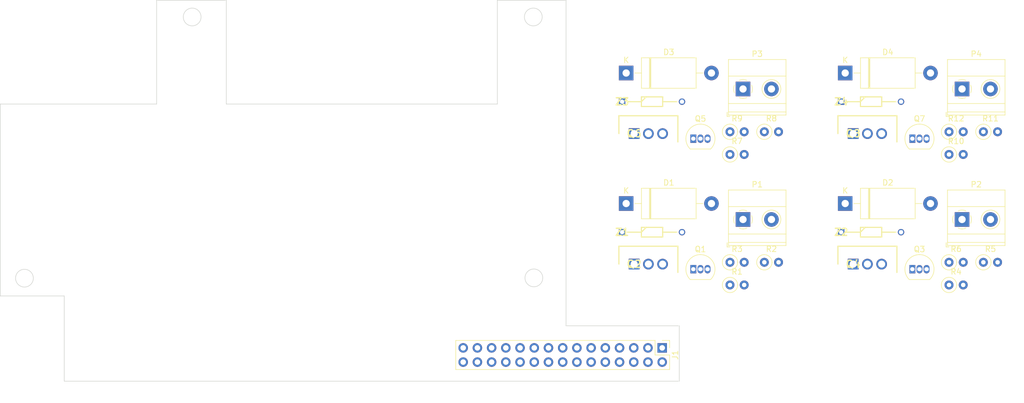
<source format=kicad_pcb>
(kicad_pcb (version 20211014) (generator pcbnew)
  (layers (0 "F.Cu" power) (1 "In1.Cu" signal) (2 "In2.Cu" signal) (31 "B.Cu" power) (34 "B.Paste" user) (35 "F.Paste" user) (36 "B.SilkS" user "B.Silkscreen") (37 "F.SilkS" user "F.Silkscreen") (38 "B.Mask" user) (39 "F.Mask" user) (44 "Edge.Cuts" user))
  (net 0 "")
  (net 1 "GND")
  (net 2 "+VDC")
  (net 3 "+5V")
  (net 4 "+3V3")
  (net 5 "D39")
  (net 6 "D21")
  (net 7 "D23")
  (net 8 "D19")
  (net 9 "D18")
  (net 10 "D5")
  (net 11 "D35")
  (net 12 "D32")
  (net 13 "D33")
  (net 14 "D25")
  (net 15 "D4")
  (net 16 "D0")
  (net 17 "TX")
  (net 18 "RX")
  (net 19 "AuxVoltage")
  (net 20 "Net-(D1-Pad1)")
  (net 21 "Net-(D2-Pad1)")
  (net 22 "Net-(D3-Pad1)")
  (net 23 "Net-(D4-Pad1)")
  (net 24 "Net-(Q1-Pad3)")
  (net 25 "Net-(Q2-Pad1)")
  (net 26 "Net-(Q3-Pad3)")
  (net 27 "Net-(Q4-Pad1)")
  (net 28 "Net-(Q5-Pad3)")
  (net 29 "Net-(Q6-Pad1)")
  (net 30 "Net-(Q7-Pad3)")
  (net 31 "Net-(Q8-Pad1)")
  (footprint "Connector_PinHeader_2.54mm:PinHeader_2x15_P2.54mm_Vertical" (layer "F.Cu") (at 170.349 121.0423 -90)
    (fp_text reference "J1" (at 1.27 -2.33 -90) (layer "F.SilkS"))
    (fp_text value "Conn_02x15_Odd_Even")
    (fp_line (start 3.87 -1.33) (end 3.87 36.89) (layer "F.SilkS") (width 0.12))
    (fp_line (start -1.33 1.27) (end -1.33 36.89) (layer "F.SilkS") (width 0.12))
    (fp_line (start -1.33 36.89) (end 3.87 36.89) (layer "F.SilkS") (width 0.12))
    (fp_line (start -1.33 -1.33) (end 0 -1.33) (layer "F.SilkS") (width 0.12))
    (fp_line (start -1.33 0) (end -1.33 -1.33) (layer "F.SilkS") (width 0.12))
    (fp_line (start 1.27 1.27) (end 1.27 -1.33) (layer "F.SilkS") (width 0.12))
    (fp_line (start 1.27 -1.33) (end 3.87 -1.33) (layer "F.SilkS") (width 0.12))
    (fp_line (start -1.33 1.27) (end 1.27 1.27) (layer "F.SilkS") (width 0.12))
    (pad "1" thru_hole rect locked (at 0 0 270) (size 1.7 1.7) (drill 1) (layers *.Cu *.Mask) (net 2 "+VDC"))
    (pad "2" thru_hole oval locked (at 2.54 0 270) (size 1.7 1.7) (drill 1) (layers *.Cu *.Mask) (net 5 "D39"))
    (pad "3" thru_hole oval locked (at 0 2.54 270) (size 1.7 1.7) (drill 1) (layers *.Cu *.Mask) (net 2 "+VDC"))
    (pad "4" thru_hole oval locked (at 2.54 2.54 270) (size 1.7 1.7) (drill 1) (layers *.Cu *.Mask) (net 19 "AuxVoltage"))
    (pad "5" thru_hole oval locked (at 0 5.08 270) (size 1.7 1.7) (drill 1) (layers *.Cu *.Mask) (net 2 "+VDC"))
    (pad "6" thru_hole oval locked (at 2.54 5.08 270) (size 1.7 1.7) (drill 1) (layers *.Cu *.Mask) (net 7 "D23"))
    (pad "7" thru_hole oval locked (at 0 7.62 270) (size 1.7 1.7) (drill 1) (layers *.Cu *.Mask) (net 2 "+VDC"))
    (pad "8" thru_hole oval locked (at 2.54 7.62 270) (size 1.7 1.7) (drill 1) (layers *.Cu *.Mask) (net 8 "D19"))
    (pad "9" thru_hole oval locked (at 0 10.16 270) (size 1.7 1.7) (drill 1) (layers *.Cu *.Mask) (net 2 "+VDC"))
    (pad "10" thru_hole oval locked (at 2.54 10.16 270) (size 1.7 1.7) (drill 1) (layers *.Cu *.Mask) (net 9 "D18"))
    (pad "11" thru_hole oval locked (at 0 12.7 270) (size 1.7 1.7) (drill 1) (layers *.Cu *.Mask) (net 4 "+3V3"))
    (pad "12" thru_hole oval locked (at 2.54 12.7 270) (size 1.7 1.7) (drill 1) (layers *.Cu *.Mask) (net 10 "D5"))
    (pad "13" thru_hole oval locked (at 0 15.24 270) (size 1.7 1.7) (drill 1) (layers *.Cu *.Mask) (net 3 "+5V"))
    (pad "14" thru_hole oval locked (at 2.54 15.24 270) (size 1.7 1.7) (drill 1) (layers *.Cu *.Mask) (net 11 "D35"))
    (pad "15" thru_hole oval locked (at 0 17.78 270) (size 1.7 1.7) (drill 1) (layers *.Cu *.Mask) (net 3 "+5V"))
    (pad "16" thru_hole oval locked (at 2.54 17.78 270) (size 1.7 1.7) (drill 1) (layers *.Cu *.Mask) (net 12 "D32"))
    (pad "17" thru_hole oval locked (at 0 20.32 270) (size 1.7 1.7) (drill 1) (layers *.Cu *.Mask) (net 1 "GND"))
    (pad "18" thru_hole oval locked (at 2.54 20.32 270) (size 1.7 1.7) (drill 1) (layers *.Cu *.Mask) (net 13 "D33"))
    (pad "19" thru_hole oval locked (at 0 22.86 270) (size 1.7 1.7) (drill 1) (layers *.Cu *.Mask) (net 1 "GND"))
    (pad "20" thru_hole oval locked (at 2.54 22.86 270) (size 1.7 1.7) (drill 1) (layers *.Cu *.Mask) (net 14 "D25"))
    (pad "21" thru_hole oval locked (at 0 25.4 270) (size 1.7 1.7) (drill 1) (layers *.Cu *.Mask) (net 1 "GND"))
    (pad "22" thru_hole oval locked (at 2.54 25.4 270) (size 1.7 1.7) (drill 1) (layers *.Cu *.Mask) (net 6 "D21"))
    (pad "23" thru_hole oval locked (at 0 27.94 270) (size 1.7 1.7) (drill 1) (layers *.Cu *.Mask) (net 1 "GND"))
    (pad "24" thru_hole oval locked (at 2.54 27.94 270) (size 1.7 1.7) (drill 1) (layers *.Cu *.Mask) (net 15 "D4"))
    (pad "25" thru_hole oval locked (at 0 30.48 270) (size 1.7 1.7) (drill 1) (layers *.Cu *.Mask) (net 1 "GND"))
    (pad "26" thru_hole oval locked (at 2.54 30.48 270) (size 1.7 1.7) (drill 1) (layers *.Cu *.Mask) (net 16 "D0"))
    (pad "27" thru_hole oval locked (at 0 33.02 270) (size 1.7 1.7) (drill 1) (layers *.Cu *.Mask) (net 1 "GND"))
    (pad "28" thru_hole oval locked (at 2.54 33.02 270) (size 1.7 1.7) (drill 1) (layers *.Cu *.Mask) (net 17 "TX"))
    (pad "29" thru_hole oval locked (at 0 35.56 270) (size 1.7 1.7) (drill 1) (layers *.Cu *.Mask) (net 1 "GND"))
    (pad "30" thru_hole oval locked (at 2.54 35.56 270) (size 1.7 1.7) (drill 1) (layers *.Cu *.Mask) (net 18 "RX"))
  )
  (footprint "SamacSys_Parts:DIOAD1068W53L380D172" (layer "F.Cu") (at 163.187047 77.047243)
    (fp_text reference "Z3" (at 0 0) (layer "F.SilkS") (effects (font (size 1.27 1.27) (thickness 0.254))))
    (fp_text value "BZX79C10" hide)
    (fp_line (start 3.448 0.86) (end 3.448 -0.86) (layer "F.SilkS") (width 0.2))
    (fp_line (start 7.252 0) (end 9.775 0) (layer "F.SilkS") (width 0.2))
    (fp_line (start 7.252 -0.86) (end 7.252 0.86) (layer "F.SilkS") (width 0.2))
    (fp_line (start 3.448 -0.86) (end 7.252 -0.86) (layer "F.SilkS") (width 0.2))
    (fp_line (start 3.448 0) (end 4.308 -0.86) (layer "F.SilkS") (width 0.2))
    (fp_line (start 0.925 0) (end 3.448 0) (layer "F.SilkS") (width 0.2))
    (fp_line (start 7.252 0.86) (end 3.448 0.86) (layer "F.SilkS") (width 0.2))
    (pad "1" thru_hole rect locked (at 0 0) (size 1.15 1.15) (drill 0.75) (layers *.Cu *.Mask) (net 2 "+VDC"))
    (pad "2" thru_hole circle locked (at 10.7 0) (size 1.15 1.15) (drill 0.75) (layers *.Cu *.Mask) (net 29 "Net-(Q6-Pad1)"))
  )
  (footprint "Resistor_THT:R_Axial_DIN0207_L6.3mm_D2.5mm_P2.54mm_Vertical" (layer "F.Cu") (at 221.602047 82.427243)
    (fp_text reference "R12" (at 1.27 -2.37) (layer "F.SilkS"))
    (fp_text value "10k")
    (fp_line (start 1.37 0) (end 1.44 0) (layer "F.SilkS") (width 0.12))
    (fp_circle (center 0 0) (end 1.37 0) (layer "F.SilkS") (width 0.12) (fill none))
    (pad "1" thru_hole circle locked (at 0 0) (size 1.6 1.6) (drill 0.8) (layers *.Cu *.Mask) (net 31 "Net-(Q8-Pad1)"))
    (pad "2" thru_hole oval locked (at 2.54 0) (size 1.6 1.6) (drill 0.8) (layers *.Cu *.Mask) (net 30 "Net-(Q7-Pad3)"))
  )
  (footprint "Resistor_THT:R_Axial_DIN0207_L6.3mm_D2.5mm_P2.54mm_Vertical" (layer "F.Cu") (at 221.602047 86.477243)
    (fp_text reference "R10" (at 1.27 -2.37) (layer "F.SilkS"))
    (fp_text value "1M")
    (fp_line (start 1.37 0) (end 1.44 0) (layer "F.SilkS") (width 0.12))
    (fp_circle (center 0 0) (end 1.37 0) (layer "F.SilkS") (width 0.12) (fill none))
    (pad "1" thru_hole circle locked (at 0 0) (size 1.6 1.6) (drill 0.8) (layers *.Cu *.Mask) (net 10 "D5"))
    (pad "2" thru_hole oval locked (at 2.54 0) (size 1.6 1.6) (drill 0.8) (layers *.Cu *.Mask) (net 1 "GND"))
  )
  (footprint "SamacSys_Parts:TO254P469X1042X1967-3P" (layer "F.Cu") (at 165.342047 106.072243)
    (fp_text reference "Q2" (at 0 0) (layer "F.SilkS") (effects (font (size 1.27 1.27) (thickness 0.254))))
    (fp_text value "IRF9Z34NPBF" hide)
    (fp_line (start 7.81 1.495) (end 7.81 -3.195) (layer "F.SilkS") (width 0.2))
    (fp_line (start 7.81 -3.195) (end -2.73 -3.195) (layer "F.SilkS") (width 0.2))
    (fp_line (start -2.73 -3.195) (end -2.73 0) (layer "F.SilkS") (width 0.2))
    (pad "1" thru_hole rect locked (at 0 0) (size 1.92 1.92) (drill 1.28) (layers *.Cu *.Mask) (net 25 "Net-(Q2-Pad1)"))
    (pad "2" thru_hole circle locked (at 2.54 0) (size 1.92 1.92) (drill 1.28) (layers *.Cu *.Mask) (net 20 "Net-(D1-Pad1)"))
    (pad "3" thru_hole circle locked (at 5.08 0) (size 1.92 1.92) (drill 1.28) (layers *.Cu *.Mask) (net 2 "+VDC"))
  )
  (footprint "TerminalBlock_Phoenix:TerminalBlock_Phoenix_MKDS-1,5-2-5.08_1x02_P5.08mm_Horizontal" (layer "F.Cu") (at 184.792047 98.097243)
    (fp_text reference "P1" (at 2.54 -6.26) (layer "F.SilkS"))
    (fp_text value "Screw_Terminal_01x02")
    (fp_line (start -2.6 -5.261) (end -2.6 4.66) (layer "F.SilkS") (width 0.12))
    (fp_line (start -2.84 4.16) (end -2.84 4.9) (layer "F.SilkS") (width 0.12))
    (fp_line (start -2.6 4.1) (end 7.68 4.1) (layer "F.SilkS") (width 0.12))
    (fp_line (start -2.6 -5.261) (end 7.68 -5.261) (layer "F.SilkS") (width 0.12))
    (fp_line (start 7.68 -5.261) (end 7.68 4.66) (layer "F.SilkS") (width 0.12))
    (fp_line (start -2.84 4.9) (end -2.34 4.9) (layer "F.SilkS") (width 0.12))
    (fp_line (start 6.15 -1.275) (end 6.115 -1.239) (layer "F.SilkS") (width 0.12))
    (fp_line (start 4.046 1.239) (end 4.011 1.274) (layer "F.SilkS") (width 0.12))
    (fp_line (start -2.6 -2.301) (end 7.68 -2.301) (layer "F.SilkS") (width 0.12))
    (fp_line (start -2.6 4.66) (end 7.68 4.66) (layer "F.SilkS") (width 0.12))
    (fp_line (start 3.853 1.023) (end 3.806 1.069) (layer "F.SilkS") (width 0.12))
    (fp_line (start -2.6 2.6) (end 7.68 2.6) (layer "F.SilkS") (width 0.12))
    (fp_line (start 6.355 -1.069) (end 6.308 -1.023) (layer "F.SilkS") (width 0.12))
    (fp_arc (start 0.683318 1.534756) (mid 0.349292 1.643288) (end 0 1.68) (layer "F.SilkS") (width 0.12))
    (fp_arc (start 1.535427 -0.683042) (mid 1.680501 0.000524) (end 1.535 0.684) (layer "F.SilkS") (width 0.12))
    (fp_arc (start -1.535427 0.683042) (mid -1.680501 -0.000524) (end -1.535 -0.684) (layer "F.SilkS") (width 0.12))
    (fp_arc (start -0.683042 -1.535427) (mid 0.000524 -1.680501) (end 0.684 -1.535) (layer "F.SilkS") (width 0.12))
    (fp_arc (start 0.028805 1.680253) (mid -0.335551 1.646659) (end -0.684 1.535) (layer "F.SilkS") (width 0.12))
    (fp_circle (center 5.08 0) (end 6.76 0) (layer "F.SilkS") (width 0.12) (fill none))
    (pad "1" thru_hole rect locked (at 0 0) (size 2.6 2.6) (drill 1.3) (layers *.Cu *.Mask) (net 20 "Net-(D1-Pad1)"))
    (pad "2" thru_hole circle locked (at 5.08 0) (size 2.6 2.6) (drill 1.3) (layers *.Cu *.Mask) (net 1 "GND"))
  )
  (footprint "Diode_THT:D_DO-201_P15.24mm_Horizontal" (layer "F.Cu") (at 163.912047 95.247243)
    (fp_text reference "D1" (at 7.62 -3.725) (layer "F.SilkS"))
    (fp_text value "STPS3150RL")
    (fp_text user "K" (at 0 -2.3) (layer "F.SilkS"))
    (fp_line (start 2.735 -2.725) (end 2.735 2.725) (layer "F.SilkS") (width 0.12))
    (fp_line (start 12.505 2.725) (end 12.505 -2.725) (layer "F.SilkS") (width 0.12))
    (fp_line (start 4.4045 -2.725) (end 4.4045 2.725) (layer "F.SilkS") (width 0.12))
    (fp_line (start 4.2845 -2.725) (end 4.2845 2.725) (layer "F.SilkS") (width 0.12))
    (fp_line (start 4.1645 -2.725) (end 4.1645 2.725) (layer "F.SilkS") (width 0.12))
    (fp_line (start 12.505 -2.725) (end 2.735 -2.725) (layer "F.SilkS") (width 0.12))
    (fp_line (start 1.54 0) (end 2.735 0) (layer "F.SilkS") (width 0.12))
    (fp_line (start 13.7 0) (end 12.505 0) (layer "F.SilkS") (width 0.12))
    (fp_line (start 2.735 2.725) (end 12.505 2.725) (layer "F.SilkS") (width 0.12))
    (pad "1" thru_hole rect locked (at 0 0) (size 2.6 2.6) (drill 1.3) (layers *.Cu *.Mask) (net 20 "Net-(D1-Pad1)"))
    (pad "2" thru_hole oval locked (at 15.24 0) (size 2.6 2.6) (drill 1.3) (layers *.Cu *.Mask) (net 1 "GND"))
  )
  (footprint "Resistor_THT:R_Axial_DIN0207_L6.3mm_D2.5mm_P2.54mm_Vertical" (layer "F.Cu") (at 227.742047 105.747243)
    (fp_text reference "R5" (at 1.27 -2.37) (layer "F.SilkS"))
    (fp_text value "100k")
    (fp_line (start 1.37 0) (end 1.44 0) (layer "F.SilkS") (width 0.12))
    (fp_circle (center 0 0) (end 1.37 0) (layer "F.SilkS") (width 0.12) (fill none))
    (pad "1" thru_hole circle locked (at 0 0) (size 1.6 1.6) (drill 0.8) (layers *.Cu *.Mask) (net 2 "+VDC"))
    (pad "2" thru_hole oval locked (at 2.54 0) (size 1.6 1.6) (drill 0.8) (layers *.Cu *.Mask) (net 27 "Net-(Q4-Pad1)"))
  )
  (footprint "SamacSys_Parts:DIOAD1068W53L380D172" (layer "F.Cu") (at 163.187047 100.367243)
    (fp_text reference "Z1" (at 0 0) (layer "F.SilkS") (effects (font (size 1.27 1.27) (thickness 0.254))))
    (fp_text value "BZX79C10" hide)
    (fp_line (start 3.448 0.86) (end 3.448 -0.86) (layer "F.SilkS") (width 0.2))
    (fp_line (start 7.252 0) (end 9.775 0) (layer "F.SilkS") (width 0.2))
    (fp_line (start 7.252 -0.86) (end 7.252 0.86) (layer "F.SilkS") (width 0.2))
    (fp_line (start 0.925 0) (end 3.448 0) (layer "F.SilkS") (width 0.2))
    (fp_line (start 3.448 -0.86) (end 7.252 -0.86) (layer "F.SilkS") (width 0.2))
    (fp_line (start 3.448 0) (end 4.308 -0.86) (layer "F.SilkS") (width 0.2))
    (fp_line (start 7.252 0.86) (end 3.448 0.86) (layer "F.SilkS") (width 0.2))
    (pad "1" thru_hole rect locked (at 0 0) (size 1.15 1.15) (drill 0.75) (layers *.Cu *.Mask) (net 2 "+VDC"))
    (pad "2" thru_hole circle locked (at 10.7 0) (size 1.15 1.15) (drill 0.75) (layers *.Cu *.Mask) (net 25 "Net-(Q2-Pad1)"))
  )
  (footprint "Resistor_THT:R_Axial_DIN0207_L6.3mm_D2.5mm_P2.54mm_Vertical" (layer "F.Cu") (at 221.602047 105.747243)
    (fp_text reference "R6" (at 1.27 -2.37) (layer "F.SilkS"))
    (fp_text value "10k")
    (fp_line (start 1.37 0) (end 1.44 0) (layer "F.SilkS") (width 0.12))
    (fp_circle (center 0 0) (end 1.37 0) (layer "F.SilkS") (width 0.12) (fill none))
    (pad "1" thru_hole circle locked (at 0 0) (size 1.6 1.6) (drill 0.8) (layers *.Cu *.Mask) (net 27 "Net-(Q4-Pad1)"))
    (pad "2" thru_hole oval locked (at 2.54 0) (size 1.6 1.6) (drill 0.8) (layers *.Cu *.Mask) (net 26 "Net-(Q3-Pad3)"))
  )
  (footprint "Diode_THT:D_DO-201_P15.24mm_Horizontal" (layer "F.Cu") (at 163.912047 71.927243)
    (fp_text reference "D3" (at 7.62 -3.725) (layer "F.SilkS"))
    (fp_text value "STPS3150RL")
    (fp_text user "K" (at 0 -2.3) (layer "F.SilkS"))
    (fp_line (start 4.2845 -2.725) (end 4.2845 2.725) (layer "F.SilkS") (width 0.12))
    (fp_line (start 2.735 -2.725) (end 2.735 2.725) (layer "F.SilkS") (width 0.12))
    (fp_line (start 2.735 2.725) (end 12.505 2.725) (layer "F.SilkS") (width 0.12))
    (fp_line (start 12.505 2.725) (end 12.505 -2.725) (layer "F.SilkS") (width 0.12))
    (fp_line (start 12.505 -2.725) (end 2.735 -2.725) (layer "F.SilkS") (width 0.12))
    (fp_line (start 4.1645 -2.725) (end 4.1645 2.725) (layer "F.SilkS") (width 0.12))
    (fp_line (start 1.54 0) (end 2.735 0) (layer "F.SilkS") (width 0.12))
    (fp_line (start 4.4045 -2.725) (end 4.4045 2.725) (layer "F.SilkS") (width 0.12))
    (fp_line (start 13.7 0) (end 12.505 0) (layer "F.SilkS") (width 0.12))
    (pad "1" thru_hole rect locked (at 0 0) (size 2.6 2.6) (drill 1.3) (layers *.Cu *.Mask) (net 22 "Net-(D3-Pad1)"))
    (pad "2" thru_hole oval locked (at 15.24 0) (size 2.6 2.6) (drill 1.3) (layers *.Cu *.Mask) (net 1 "GND"))
  )
  (footprint "SamacSys_Parts:DIOAD1068W53L380D172" (layer "F.Cu") (at 202.327047 100.367243)
    (fp_text reference "Z2" (at 0 0) (layer "F.SilkS") (effects (font (size 1.27 1.27) (thickness 0.254))))
    (fp_text value "BZX79C10" hide)
    (fp_line (start 3.448 0) (end 4.308 -0.86) (layer "F.SilkS") (width 0.2))
    (fp_line (start 3.448 0.86) (end 3.448 -0.86) (layer "F.SilkS") (width 0.2))
    (fp_line (start 7.252 0.86) (end 3.448 0.86) (layer "F.SilkS") (width 0.2))
    (fp_line (start 3.448 -0.86) (end 7.252 -0.86) (layer "F.SilkS") (width 0.2))
    (fp_line (start 7.252 -0.86) (end 7.252 0.86) (layer "F.SilkS") (width 0.2))
    (fp_line (start 7.252 0) (end 9.775 0) (layer "F.SilkS") (width 0.2))
    (fp_line (start 0.925 0) (end 3.448 0) (layer "F.SilkS") (width 0.2))
    (pad "1" thru_hole rect locked (at 0 0) (size 1.15 1.15) (drill 0.75) (layers *.Cu *.Mask) (net 2 "+VDC"))
    (pad "2" thru_hole circle locked (at 10.7 0) (size 1.15 1.15) (drill 0.75) (layers *.Cu *.Mask) (net 27 "Net-(Q4-Pad1)"))
  )
  (footprint "Resistor_THT:R_Axial_DIN0207_L6.3mm_D2.5mm_P2.54mm_Vertical" (layer "F.Cu") (at 227.742047 82.427243)
    (fp_text reference "R11" (at 1.27 -2.37) (layer "F.SilkS"))
    (fp_text value "100k")
    (fp_line (start 1.37 0) (end 1.44 0) (layer "F.SilkS") (width 0.12))
    (fp_circle (center 0 0) (end 1.37 0) (layer "F.SilkS") (width 0.12) (fill none))
    (pad "1" thru_hole circle locked (at 0 0) (size 1.6 1.6) (drill 0.8) (layers *.Cu *.Mask) (net 2 "+VDC"))
    (pad "2" thru_hole oval locked (at 2.54 0) (size 1.6 1.6) (drill 0.8) (layers *.Cu *.Mask) (net 31 "Net-(Q8-Pad1)"))
  )
  (footprint "SamacSys_Parts:TO254P469X1042X1967-3P" (layer "F.Cu") (at 204.482047 82.752243)
    (fp_text reference "Q8" (at 0 0) (layer "F.SilkS") (effects (font (size 1.27 1.27) (thickness 0.254))))
    (fp_text value "IRF9Z34NPBF" hide)
    (fp_line (start -2.73 -3.195) (end -2.73 0) (layer "F.SilkS") (width 0.2))
    (fp_line (start 7.81 1.495) (end 7.81 -3.195) (layer "F.SilkS") (width 0.2))
    (fp_line (start 7.81 -3.195) (end -2.73 -3.195) (layer "F.SilkS") (width 0.2))
    (pad "1" thru_hole rect locked (at 0 0) (size 1.92 1.92) (drill 1.28) (layers *.Cu *.Mask) (net 31 "Net-(Q8-Pad1)"))
    (pad "2" thru_hole circle locked (at 2.54 0) (size 1.92 1.92) (drill 1.28) (layers *.Cu *.Mask) (net 23 "Net-(D4-Pad1)"))
    (pad "3" thru_hole circle locked (at 5.08 0) (size 1.92 1.92) (drill 1.28) (layers *.Cu *.Mask) (net 2 "+VDC"))
  )
  (footprint "Resistor_THT:R_Axial_DIN0207_L6.3mm_D2.5mm_P2.54mm_Vertical" (layer "F.Cu") (at 182.462047 86.477243)
    (fp_text reference "R7" (at 1.27 -2.37) (layer "F.SilkS"))
    (fp_text value "1M")
    (fp_line (start 1.37 0) (end 1.44 0) (layer "F.SilkS") (width 0.12))
    (fp_circle (center 0 0) (end 1.37 0) (layer "F.SilkS") (width 0.12) (fill none))
    (pad "1" thru_hole circle locked (at 0 0) (size 1.6 1.6) (drill 0.8) (layers *.Cu *.Mask) (net 9 "D18"))
    (pad "2" thru_hole oval locked (at 2.54 0) (size 1.6 1.6) (drill 0.8) (layers *.Cu *.Mask) (net 1 "GND"))
  )
  (footprint "Package_TO_SOT_THT:TO-92_Inline" (layer "F.Cu") (at 215.052047 83.657243)
    (fp_text reference "Q7" (at 1.27 -3.56) (layer "F.SilkS"))
    (fp_text value "2N7000")
    (fp_line (start -0.53 1.85) (end 3.07 1.85) (layer "F.SilkS") (width 0.12))
    (fp_arc (start 1.27 -2.6) (mid 3.672087 -0.994977) (end 3.108478 1.838478) (layer "F.SilkS") (width 0.12))
    (fp_arc (start -0.568478 1.838478) (mid -1.132087 -0.994977) (end 1.27 -2.6) (layer "F.SilkS") (width 0.12))
    (pad "1" thru_hole rect locked (at 0 0) (size 1.05 1.5) (drill 0.75) (layers *.Cu *.Mask) (net 1 "GND"))
    (pad "2" thru_hole oval locked (at 1.27 0) (size 1.05 1.5) (drill 0.75) (layers *.Cu *.Mask) (net 10 "D5"))
    (pad "3" thru_hole oval locked (at 2.54 0) (size 1.05 1.5) (drill 0.75) (layers *.Cu *.Mask) (net 30 "Net-(Q7-Pad3)"))
  )
  (footprint "SamacSys_Parts:TO254P469X1042X1967-3P" (layer "F.Cu") (at 204.482047 106.072243)
    (fp_text reference "Q4" (at 0 0) (layer "F.SilkS") (effects (font (size 1.27 1.27) (thickness 0.254))))
    (fp_text value "IRF9Z34NPBF" hide)
    (fp_line (start 7.81 -3.195) (end -2.73 -3.195) (layer "F.SilkS") (width 0.2))
    (fp_line (start 7.81 1.495) (end 7.81 -3.195) (layer "F.SilkS") (width 0.2))
    (fp_line (start -2.73 -3.195) (end -2.73 0) (layer "F.SilkS") (width 0.2))
    (pad "1" thru_hole rect locked (at 0 0) (size 1.92 1.92) (drill 1.28) (layers *.Cu *.Mask) (net 27 "Net-(Q4-Pad1)"))
    (pad "2" thru_hole circle locked (at 2.54 0) (size 1.92 1.92) (drill 1.28) (layers *.Cu *.Mask) (net 21 "Net-(D2-Pad1)"))
    (pad "3" thru_hole circle locked (at 5.08 0) (size 1.92 1.92) (drill 1.28) (layers *.Cu *.Mask) (net 2 "+VDC"))
  )
  (footprint "Resistor_THT:R_Axial_DIN0207_L6.3mm_D2.5mm_P2.54mm_Vertical" (layer "F.Cu") (at 182.462047 105.747243)
    (fp_text reference "R3" (at 1.27 -2.37) (layer "F.SilkS"))
    (fp_text value "10k")
    (fp_line (start 1.37 0) (end 1.44 0) (layer "F.SilkS") (width 0.12))
    (fp_circle (center 0 0) (end 1.37 0) (layer "F.SilkS") (width 0.12) (fill none))
    (pad "1" thru_hole circle locked (at 0 0) (size 1.6 1.6) (drill 0.8) (layers *.Cu *.Mask) (net 25 "Net-(Q2-Pad1)"))
    (pad "2" thru_hole oval locked (at 2.54 0) (size 1.6 1.6) (drill 0.8) (layers *.Cu *.Mask) (net 24 "Net-(Q1-Pad3)"))
  )
  (footprint "TerminalBlock_Phoenix:TerminalBlock_Phoenix_MKDS-1,5-2-5.08_1x02_P5.08mm_Horizontal" (layer "F.Cu") (at 223.932047 74.777243)
    (fp_text reference "P4" (at 2.54 -6.26) (layer "F.SilkS"))
    (fp_text value "Screw_Terminal_01x02")
    (fp_line (start -2.6 4.1) (end 7.68 4.1) (layer "F.SilkS") (width 0.12))
    (fp_line (start 6.15 -1.275) (end 6.115 -1.239) (layer "F.SilkS") (width 0.12))
    (fp_line (start -2.84 4.9) (end -2.34 4.9) (layer "F.SilkS") (width 0.12))
    (fp_line (start -2.6 -5.261) (end 7.68 -5.261) (layer "F.SilkS") (width 0.12))
    (fp_line (start -2.6 -2.301) (end 7.68 -2.301) (layer "F.SilkS") (width 0.12))
    (fp_line (start -2.6 4.66) (end 7.68 4.66) (layer "F.SilkS") (width 0.12))
    (fp_line (start -2.6 -5.261) (end -2.6 4.66) (layer "F.SilkS") (width 0.12))
    (fp_line (start -2.84 4.16) (end -2.84 4.9) (layer "F.SilkS") (width 0.12))
    (fp_line (start 3.853 1.023) (end 3.806 1.069) (layer "F.SilkS") (width 0.12))
    (fp_line (start -2.6 2.6) (end 7.68 2.6) (layer "F.SilkS") (width 0.12))
    (fp_line (start 6.355 -1.069) (end 6.308 -1.023) (layer "F.SilkS") (width 0.12))
    (fp_line (start 4.046 1.239) (end 4.011 1.274) (layer "F.SilkS") (width 0.12))
    (fp_line (start 7.68 -5.261) (end 7.68 4.66) (layer "F.SilkS") (width 0.12))
    (fp_arc (start -1.535427 0.683042) (mid -1.680501 -0.000524) (end -1.535 -0.684) (layer "F.SilkS") (width 0.12))
    (fp_arc (start 0.028805 1.680253) (mid -0.335551 1.646659) (end -0.684 1.535) (layer "F.SilkS") (width 0.12))
    (fp_arc (start 0.683318 1.534756) (mid 0.349292 1.643288) (end 0 1.68) (layer "F.SilkS") (width 0.12))
    (fp_arc (start 1.535427 -0.683042) (mid 1.680501 0.000524) (end 1.535 0.684) (layer "F.SilkS") (width 0.12))
    (fp_arc (start -0.683042 -1.535427) (mid 0.000524 -1.680501) (end 0.684 -1.535) (layer "F.SilkS") (width 0.12))
    (fp_circle (center 5.08 0) (end 6.76 0) (layer "F.SilkS") (width 0.12) (fill none))
    (pad "1" thru_hole rect locked (at 0 0) (size 2.6 2.6) (drill 1.3) (layers *.Cu *.Mask) (net 23 "Net-(D4-Pad1)"))
    (pad "2" thru_hole circle locked (at 5.08 0) (size 2.6 2.6) (drill 1.3) (layers *.Cu *.Mask) (net 1 "GND"))
  )
  (footprint "Resistor_THT:R_Axial_DIN0207_L6.3mm_D2.5mm_P2.54mm_Vertical" (layer "F.Cu") (at 182.462047 82.427243)
    (fp_text reference "R9" (at 1.27 -2.37) (layer "F.SilkS"))
    (fp_text value "10k")
    (fp_line (start 1.37 0) (end 1.44 0) (layer "F.SilkS") (width 0.12))
    (fp_circle (center 0 0) (end 1.37 0) (layer "F.SilkS") (width 0.12) (fill none))
    (pad "1" thru_hole circle locked (at 0 0) (size 1.6 1.6) (drill 0.8) (layers *.Cu *.Mask) (net 29 "Net-(Q6-Pad1)"))
    (pad "2" thru_hole oval locked (at 2.54 0) (size 1.6 1.6) (drill 0.8) (layers *.Cu *.Mask) (net 28 "Net-(Q5-Pad3)"))
  )
  (footprint "Package_TO_SOT_THT:TO-92_Inline" (layer "F.Cu") (at 175.912047 106.977243)
    (fp_text reference "Q1" (at 1.27 -3.56) (layer "F.SilkS"))
    (fp_text value "2N7000")
    (fp_line (start -0.53 1.85) (end 3.07 1.85) (layer "F.SilkS") (width 0.12))
    (fp_arc (start 1.27 -2.6) (mid 3.672087 -0.994977) (end 3.108478 1.838478) (layer "F.SilkS") (width 0.12))
    (fp_arc (start -0.568478 1.838478) (mid -1.132087 -0.994977) (end 1.27 -2.6) (layer "F.SilkS") (width 0.12))
    (pad "1" thru_hole rect locked (at 0 0) (size 1.05 1.5) (drill 0.75) (layers *.Cu *.Mask) (net 1 "GND"))
    (pad "2" thru_hole oval locked (at 1.27 0) (size 1.05 1.5) (drill 0.75) (layers *.Cu *.Mask) (net 7 "D23"))
    (pad "3" thru_hole oval locked (at 2.54 0) (size 1.05 1.5) (drill 0.75) (layers *.Cu *.Mask) (net 24 "Net-(Q1-Pad3)"))
  )
  (footprint "Package_TO_SOT_THT:TO-92_Inline" (layer "F.Cu") (at 175.912047 83.657243)
    (fp_text reference "Q5" (at 1.27 -3.56) (layer "F.SilkS"))
    (fp_text value "2N7000")
    (fp_line (start -0.53 1.85) (end 3.07 1.85) (layer "F.SilkS") (width 0.12))
    (fp_arc (start -0.568478 1.838478) (mid -1.132087 -0.994977) (end 1.27 -2.6) (layer "F.SilkS") (width 0.12))
    (fp_arc (start 1.27 -2.6) (mid 3.672087 -0.994977) (end 3.108478 1.838478) (layer "F.SilkS") (width 0.12))
    (pad "1" thru_hole rect locked (at 0 0) (size 1.05 1.5) (drill 0.75) (layers *.Cu *.Mask) (net 1 "GND"))
    (pad "2" thru_hole oval locked (at 1.27 0) (size 1.05 1.5) (drill 0.75) (layers *.Cu *.Mask) (net 9 "D18"))
    (pad "3" thru_hole oval locked (at 2.54 0) (size 1.05 1.5) (drill 0.75) (layers *.Cu *.Mask) (net 28 "Net-(Q5-Pad3)"))
  )
  (footprint "SamacSys_Parts:TO254P469X1042X1967-3P" (layer "F.Cu") (at 165.342047 82.752243)
    (fp_text reference "Q6" (at 0 0) (layer "F.SilkS") (effects (font (size 1.27 1.27) (thickness 0.254))))
    (fp_text value "IRF9Z34NPBF" hide)
    (fp_line (start -2.73 -3.195) (end -2.73 0) (layer "F.SilkS") (width 0.2))
    (fp_line (start 7.81 -3.195) (end -2.73 -3.195) (layer "F.SilkS") (width 0.2))
    (fp_line (start 7.81 1.495) (end 7.81 -3.195) (layer "F.SilkS") (width 0.2))
    (pad "1" thru_hole rect locked (at 0 0) (size 1.92 1.92) (drill 1.28) (layers *.Cu *.Mask) (net 29 "Net-(Q6-Pad1)"))
    (pad "2" thru_hole circle locked (at 2.54 0) (size 1.92 1.92) (drill 1.28) (layers *.Cu *.Mask) (net 22 "Net-(D3-Pad1)"))
    (pad "3" thru_hole circle locked (at 5.08 0) (size 1.92 1.92) (drill 1.28) (layers *.Cu *.Mask) (net 2 "+VDC"))
  )
  (footprint "Resistor_THT:R_Axial_DIN0207_L6.3mm_D2.5mm_P2.54mm_Vertical" (layer "F.Cu") (at 188.602047 105.747243)
    (fp_text reference "R2" (at 1.27 -2.37) (layer "F.SilkS"))
    (fp_text value "100k")
    (fp_line (start 1.37 0) (end 1.44 0) (layer "F.SilkS") (width 0.12))
    (fp_circle (center 0 0) (end 1.37 0) (layer "F.SilkS") (width 0.12) (fill none))
    (pad "1" thru_hole circle locked (at 0 0) (size 1.6 1.6) (drill 0.8) (layers *.Cu *.Mask) (net 2 "+VDC"))
    (pad "2" thru_hole oval locked (at 2.54 0) (size 1.6 1.6) (drill 0.8) (layers *.Cu *.Mask) (net 25 "Net-(Q2-Pad1)"))
  )
  (footprint "TerminalBlock_Phoenix:TerminalBlock_Phoenix_MKDS-1,5-2-5.08_1x02_P5.08mm_Horizontal" (layer "F.Cu") (at 223.932047 98.097243)
    (fp_text reference "P2" (at 2.54 -6.26) (layer "F.SilkS"))
    (fp_text value "Screw_Terminal_01x02")
    (fp_line (start -2.84 4.9) (end -2.34 4.9) (layer "F.SilkS") (width 0.12))
    (fp_line (start 3.853 1.023) (end 3.806 1.069) (layer "F.SilkS") (width 0.12))
    (fp_line (start 4.046 1.239) (end 4.011 1.274) (layer "F.SilkS") (width 0.12))
    (fp_line (start -2.6 -5.261) (end -2.6 4.66) (layer "F.SilkS") (width 0.12))
    (fp_line (start -2.84 4.16) (end -2.84 4.9) (layer "F.SilkS") (width 0.12))
    (fp_line (start -2.6 4.66) (end 7.68 4.66) (layer "F.SilkS") (width 0.12))
    (fp_line (start -2.6 2.6) (end 7.68 2.6) (layer "F.SilkS") (width 0.12))
    (fp_line (start -2.6 4.1) (end 7.68 4.1) (layer "F.SilkS") (width 0.12))
    (fp_line (start -2.6 -5.261) (end 7.68 -5.261) (layer "F.SilkS") (width 0.12))
    (fp_line (start 6.15 -1.275) (end 6.115 -1.239) (layer "F.SilkS") (width 0.12))
    (fp_line (start 7.68 -5.261) (end 7.68 4.66) (layer "F.SilkS") (width 0.12))
    (fp_line (start 6.355 -1.069) (end 6.308 -1.023) (layer "F.SilkS") (width 0.12))
    (fp_line (start -2.6 -2.301) (end 7.68 -2.301) (layer "F.SilkS") (width 0.12))
    (fp_arc (start -0.683042 -1.535427) (mid 0.000524 -1.680501) (end 0.684 -1.535) (layer "F.SilkS") (width 0.12))
    (fp_arc (start 0.683318 1.534756) (mid 0.349292 1.643288) (end 0 1.68) (layer "F.SilkS") (width 0.12))
    (fp_arc (start -1.535427 0.683042) (mid -1.680501 -0.000524) (end -1.535 -0.684) (layer "F.SilkS") (width 0.12))
    (fp_arc (start 0.028805 1.680253) (mid -0.335551 1.646659) (end -0.684 1.535) (layer "F.SilkS") (width 0.12))
    (fp_arc (start 1.535427 -0.683042) (mid 1.680501 0.000524) (end 1.535 0.684) (layer "F.SilkS") (width 0.12))
    (fp_circle (center 5.08 0) (end 6.76 0) (layer "F.SilkS") (width 0.12) (fill none))
    (pad "1" thru_hole rect locked (at 0 0) (size 2.6 2.6) (drill 1.3) (layers *.Cu *.Mask) (net 21 "Net-(D2-Pad1)"))
    (pad "2" thru_hole circle locked (at 5.08 0) (size 2.6 2.6) (drill 1.3) (layers *.Cu *.Mask) (net 1 "GND"))
  )
  (footprint "Package_TO_SOT_THT:TO-92_Inline" (layer "F.Cu") (at 215.052047 106.977243)
    (fp_text reference "Q3" (at 1.27 -3.56) (layer "F.SilkS"))
    (fp_text value "2N7000")
    (fp_line (start -0.53 1.85) (end 3.07 1.85) (layer "F.SilkS") (width 0.12))
    (fp_arc (start 1.27 -2.6) (mid 3.672087 -0.994977) (end 3.108478 1.838478) (layer "F.SilkS") (width 0.12))
    (fp_arc (start -0.568478 1.838478) (mid -1.132087 -0.994977) (end 1.27 -2.6) (layer "F.SilkS") (width 0.12))
    (pad "1" thru_hole rect locked (at 0 0) (size 1.05 1.5) (drill 0.75) (layers *.Cu *.Mask) (net 1 "GND"))
    (pad "2" thru_hole oval locked (at 1.27 0) (size 1.05 1.5) (drill 0.75) (layers *.Cu *.Mask) (net 8 "D19"))
    (pad "3" thru_hole oval locked (at 2.54 0) (size 1.05 1.5) (drill 0.75) (layers *.Cu *.Mask) (net 26 "Net-(Q3-Pad3)"))
  )
  (footprint "Resistor_THT:R_Axial_DIN0207_L6.3mm_D2.5mm_P2.54mm_Vertical" (layer "F.Cu") (at 188.602047 82.427243)
    (fp_text reference "R8" (at 1.27 -2.37) (layer "F.SilkS"))
    (fp_text value "100k")
    (fp_line (start 1.37 0) (end 1.44 0) (layer "F.SilkS") (width 0.12))
    (fp_circle (center 0 0) (end 1.37 0) (layer "F.SilkS") (width 0.12) (fill none))
    (pad "1" thru_hole circle locked (at 0 0) (size 1.6 1.6) (drill 0.8) (layers *.Cu *.Mask) (net 2 "+VDC"))
    (pad "2" thru_hole oval locked (at 2.54 0) (size 1.6 1.6) (drill 0.8) (layers *.Cu *.Mask) (net 29 "Net-(Q6-Pad1)"))
  )
  (footprint "Diode_THT:D_DO-201_P15.24mm_Horizontal" (layer "F.Cu") (at 203.052047 71.927243)
    (fp_text reference "D4" (at 7.62 -3.725) (layer "F.SilkS"))
    (fp_text value "STPS3150RL")
    (fp_text user "K" (at 0 -2.3) (layer "F.SilkS"))
    (fp_line (start 1.54 0) (end 2.735 0) (layer "F.SilkS") (width 0.12))
    (fp_line (start 12.505 2.725) (end 12.505 -2.725) (layer "F.SilkS") (width 0.12))
    (fp_line (start 13.7 0) (end 12.505 0) (layer "F.SilkS") (width 0.12))
    (fp_line (start 2.735 -2.725) (end 2.735 2.725) (layer "F.SilkS") (width 0.12))
    (fp_line (start 2.735 2.725) (end 12.505 2.725) (layer "F.SilkS") (width 0.12))
    (fp_line (start 12.505 -2.725) (end 2.735 -2.725) (layer "F.SilkS") (width 0.12))
    (fp_line (start 4.1645 -2.725) (end 4.1645 2.725) (layer "F.SilkS") (width 0.12))
    (fp_line (start 4.2845 -2.725) (end 4.2845 2.725) (layer "F.SilkS") (width 0.12))
    (fp_line (start 4.4045 -2.725) (end 4.4045 2.725) (layer "F.SilkS") (width 0.12))
    (pad "1" thru_hole rect locked (at 0 0) (size 2.6 2.6) (drill 1.3) (layers *.Cu *.Mask) (net 23 "Net-(D4-Pad1)"))
    (pad "2" thru_hole oval locked (at 15.24 0) (size 2.6 2.6) (drill 1.3) (layers *.Cu *.Mask) (net 1 "GND"))
  )
  (footprint "Resistor_THT:R_Axial_DIN0207_L6.3mm_D2.5mm_P2.54mm_Vertical" (layer "F.Cu") (at 182.462047 109.797243)
    (fp_text reference "R1" (at 1.27 -2.37) (layer "F.SilkS"))
    (fp_text value "1M")
    (fp_line (start 1.37 0) (end 1.44 0) (layer "F.SilkS") (width 0.12))
    (fp_circle (center 0 0) (end 1.37 0) (layer "F.SilkS") (width 0.12) (fill none))
    (pad "1" thru_hole circle locked (at 0 0) (size 1.6 1.6) (drill 0.8) (layers *.Cu *.Mask) (net 7 "D23"))
    (pad "2" thru_hole oval locked (at 2.54 0) (size 1.6 1.6) (drill 0.8) (layers *.Cu *.Mask) (net 1 "GND"))
  )
  (footprint "SamacSys_Parts:DIOAD1068W53L380D172" (layer "F.Cu") (at 202.327047 77.047243)
    (fp_text reference "Z4" (at 0 0) (layer "F.SilkS") (effects (font (size 1.27 1.27) (thickness 0.254))))
    (fp_text value "BZX79C10" hide)
    (fp_line (start 7.252 0.86) (end 3.448 0.86) (layer "F.SilkS") (width 0.2))
    (fp_line (start 7.252 -0.86) (end 7.252 0.86) (layer "F.SilkS") (width 0.2))
    (fp_line (start 3.448 -0.86) (end 7.252 -0.86) (layer "F.SilkS") (width 0.2))
    (fp_line (start 3.448 0) (end 4.308 -0.86) (layer "F.SilkS") (width 0.2))
    (fp_line (start 7.252 0) (end 9.775 0) (layer "F.SilkS") (width 0.2))
    (fp_line (start 3.448 0.86) (end 3.448 -0.86) (layer "F.SilkS") (width 0.2))
    (fp_line (start 0.925 0) (end 3.448 0) (layer "F.SilkS") (width 0.2))
    (pad "1" thru_hole rect locked (at 0 0) (size 1.15 1.15) (drill 0.75) (layers *.Cu *.Mask) (net 2 "+VDC"))
    (pad "2" thru_hole circle locked (at 10.7 0) (size 1.15 1.15) (drill 0.75) (layers *.Cu *.Mask) (net 31 "Net-(Q8-Pad1)"))
  )
  (footprint "Diode_THT:D_DO-201_P15.24mm_Horizontal" (layer "F.Cu") (at 203.052047 95.247243)
    (fp_text reference "D2" (at 7.62 -3.725) (layer "F.SilkS"))
    (fp_text value "STPS3150RL")
    (fp_text user "K" (at 0 -2.3) (layer "F.SilkS"))
    (fp_line (start 4.4045 -2.725) (end 4.4045 2.725) (layer "F.SilkS") (width 0.12))
    (fp_line (start 12.505 2.725) (end 12.505 -2.725) (layer "F.SilkS") (width 0.12))
    (fp_line (start 4.2845 -2.725) (end 4.2845 2.725) (layer "F.SilkS") (width 0.12))
    (fp_line (start 4.1645 -2.725) (end 4.1645 2.725) (layer "F.SilkS") (width 0.12))
    (fp_line (start 2.735 2.725) (end 12.505 2.725) (layer "F.SilkS") (width 0.12))
    (fp_line (start 13.7 0) (end 12.505 0) (layer "F.SilkS") (width 0.12))
    (fp_line (start 12.505 -2.725) (end 2.735 -2.725) (layer "F.SilkS") (width 0.12))
    (fp_line (start 2.735 -2.725) (end 2.735 2.725) (layer "F.SilkS") (width 0.12))
    (fp_line (start 1.54 0) (end 2.735 0) (layer "F.SilkS") (width 0.12))
    (pad "1" thru_hole rect locked (at 0 0) (size 2.6 2.6) (drill 1.3) (layers *.Cu *.Mask) (net 21 "Net-(D2-Pad1)"))
    (pad "2" thru_hole oval locked (at 15.24 0) (size 2.6 2.6) (drill 1.3) (layers *.Cu *.Mask) (net 1 "GND"))
  )
  (footprint "Resistor_THT:R_Axial_DIN0207_L6.3mm_D2.5mm_P2.54mm_Vertical" (layer "F.Cu") (at 221.602047 109.797243)
    (fp_text reference "R4" (at 1.27 -2.37) (layer "F.SilkS"))
    (fp_text value "1M")
    (fp_line (start 1.37 0) (end 1.44 0) (layer "F.SilkS") (width 0.12))
    (fp_circle (center 0 0) (end 1.37 0) (layer "F.SilkS") (width 0.12) (fill none))
    (pad "1" thru_hole circle locked (at 0 0) (size 1.6 1.6) (drill 0.8) (layers *.Cu *.Mask) (net 8 "D19"))
    (pad "2" thru_hole oval locked (at 2.54 0) (size 1.6 1.6) (drill 0.8) (layers *.Cu *.Mask) (net 1 "GND"))
  )
  (footprint "TerminalBlock_Phoenix:TerminalBlock_Phoenix_MKDS-1,5-2-5.08_1x02_P5.08mm_Horizontal" (layer "F.Cu") (at 184.792047 74.777243)
    (fp_text reference "P3" (at 2.54 -6.26) (layer "F.SilkS"))
    (fp_text value "Screw_Terminal_01x02")
    (fp_line (start -2.6 -2.301) (end 7.68 -2.301) (layer "F.SilkS") (width 0.12))
    (fp_line (start 7.68 -5.261) (end 7.68 4.66) (layer "F.SilkS") (width 0.12))
    (fp_line (start 3.853 1.023) (end 3.806 1.069) (layer "F.SilkS") (width 0.12))
    (fp_line (start -2.6 -5.261) (end 7.68 -5.261) (layer "F.SilkS") (width 0.12))
    (fp_line (start -2.6 4.1) (end 7.68 4.1) (layer "F.SilkS") (width 0.12))
    (fp_line (start 6.355 -1.069) (end 6.308 -1.023) (layer "F.SilkS") (width 0.12))
    (fp_line (start -2.6 -5.261) (end -2.6 4.66) (layer "F.SilkS") (width 0.12))
    (fp_line (start -2.6 2.6) (end 7.68 2.6) (layer "F.SilkS") (width 0.12))
    (fp_line (start -2.84 4.16) (end -2.84 4.9) (layer "F.SilkS") (width 0.12))
    (fp_line (start -2.84 4.9) (end -2.34 4.9) (layer "F.SilkS") (width 0.12))
    (fp_line (start 6.15 -1.275) (end 6.115 -1.239) (layer "F.SilkS") (width 0.12))
    (fp_line (start -2.6 4.66) (end 7.68 4.66) (layer "F.SilkS") (width 0.12))
    (fp_line (start 4.046 1.239) (end 4.011 1.274) (layer "F.SilkS") (width 0.12))
    (fp_arc (start 0.028805 1.680253) (mid -0.335551 1.646659) (end -0.684 1.535) (layer "F.SilkS") (width 0.12))
    (fp_arc (start 1.535427 -0.683042) (mid 1.680501 0.000524) (end 1.535 0.684) (layer "F.SilkS") (width 0.12))
    (fp_arc (start 0.683318 1.534756) (mid 0.349292 1.643288) (end 0 1.68) (layer "F.SilkS") (width 0.12))
    (fp_arc (start -0.683042 -1.535427) (mid 0.000524 -1.680501) (end 0.684 -1.535) (layer "F.SilkS") (width 0.12))
    (fp_arc (start -1.535427 0.683042) (mid -1.680501 -0.000524) (end -1.535 -0.684) (layer "F.SilkS") (width 0.12))
    (fp_circle (center 5.08 0) (end 6.76 0) (layer "F.SilkS") (width 0.12) (fill none))
    (pad "1" thru_hole rect locked (at 0 0) (size 2.6 2.6) (drill 1.3) (layers *.Cu *.Mask) (net 22 "Net-(D3-Pad1)"))
    (pad "2" thru_hole circle locked (at 5.08 0) (size 2.6 2.6) (drill 1.3) (layers *.Cu *.Mask) (net 1 "GND"))
  )
  (gr_line (start 63.5 127) (end 63.5 111.76) (layer "Edge.Cuts") (width 0.1))
  (gr_line (start 52.07 111.76) (end 63.5 111.76) (layer "Edge.Cuts") (width 0.1))
  (gr_line (start 52.07 111.76) (end 52.07 77.47) (layer "Edge.Cuts") (width 0.1))
  (gr_circle (center 56.388 108.585) (end 57.9755 108.585) (layer "Edge.Cuts") (width 0.1) (fill none))
  (gr_circle (center 147.418926 108.536569) (end 149.006426 108.536569) (layer "Edge.Cuts") (width 0.1) (fill none))
  (gr_circle (center 86.36 61.9125) (end 87.9475 61.9125) (layer "Edge.Cuts") (width 0.1) (fill none))
  (gr_circle (center 147.32 61.9125) (end 148.9075 61.9125) (layer "Edge.Cuts") (width 0.1) (fill none))
  (gr_line (start 92.456 58.928) (end 80.01 58.928) (layer "Edge.Cuts") (width 0.1))
  (gr_line (start 80.01 77.47) (end 52.07 77.47) (layer "Edge.Cuts") (width 0.1))
  (gr_line (start 153.167936 58.928) (end 140.8938 58.928) (layer "Edge.Cuts") (width 0.1))
  (gr_line (start 140.8938 77.47) (end 92.456 77.47) (layer "Edge.Cuts") (width 0.1))
  (gr_line (start 92.456 77.47) (end 92.456 58.928) (layer "Edge.Cuts") (width 0.1))
  (gr_line (start 63.5 127) (end 173.399526 127) (layer "Edge.Cuts") (width 0.1))
  (gr_line (start 173.399526 117.094) (end 153.167936 117.094) (layer "Edge.Cuts") (width 0.1))
  (gr_line (start 140.8938 58.928) (end 140.8938 77.47) (layer "Edge.Cuts") (width 0.1))
  (gr_line (start 80.01 58.928) (end 80.01 77.47) (layer "Edge.Cuts") (width 0.1))
  (gr_line (start 173.399526 127) (end 173.399526 117.094) (layer "Edge.Cuts") (width 0.1))
  (gr_line (start 153.167936 117.094) (end 153.167936 58.928) (layer "Edge.Cuts") (width 0.1))
)
</source>
